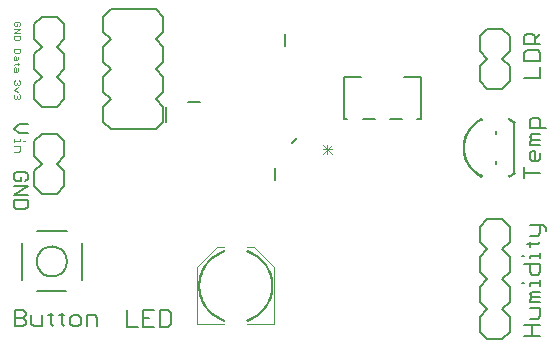
<source format=gto>
G75*
%MOIN*%
%OFA0B0*%
%FSLAX24Y24*%
%IPPOS*%
%LPD*%
%AMOC8*
5,1,8,0,0,1.08239X$1,22.5*
%
%ADD10C,0.0050*%
%ADD11C,0.0040*%
%ADD12C,0.0060*%
%ADD13C,0.0030*%
%ADD14C,0.0005*%
%ADD15C,0.0080*%
%ADD16C,0.0004*%
D10*
X000879Y005267D02*
X001179Y005267D01*
X001254Y005342D01*
X001254Y005567D01*
X000804Y005567D01*
X000804Y005342D01*
X000879Y005267D01*
X000804Y005728D02*
X001254Y005728D01*
X001254Y006028D02*
X000804Y006028D01*
X000879Y006188D02*
X001029Y006188D01*
X001029Y006338D01*
X001179Y006188D02*
X001254Y006263D01*
X001254Y006413D01*
X001179Y006488D01*
X000879Y006488D01*
X000804Y006413D01*
X000804Y006263D01*
X000879Y006188D01*
X001254Y006028D02*
X000804Y005728D01*
X000954Y007788D02*
X001254Y007788D01*
X000954Y007788D02*
X000804Y007938D01*
X000954Y008088D01*
X001254Y008088D01*
X016879Y007866D02*
X016879Y007760D01*
X017479Y008138D02*
X017479Y006488D01*
X016879Y006760D02*
X016879Y006866D01*
D11*
X009458Y003323D02*
X009458Y001434D01*
X008553Y001434D01*
X007805Y001434D02*
X006899Y001434D01*
X006899Y003323D01*
X007568Y003993D01*
X007805Y003993D01*
X008553Y003993D02*
X008789Y003993D01*
X009458Y003323D01*
X001161Y007542D02*
X001109Y007542D01*
X001005Y007542D02*
X000799Y007542D01*
X000799Y007593D02*
X000799Y007490D01*
X000799Y007378D02*
X001005Y007378D01*
X001005Y007223D01*
X000954Y007172D01*
X000799Y007172D01*
X001005Y007542D02*
X001005Y007593D01*
D12*
X001099Y001353D02*
X000829Y001353D01*
X000829Y001894D01*
X001099Y001894D01*
X001189Y001804D01*
X001189Y001714D01*
X001099Y001623D01*
X000829Y001623D01*
X001099Y001623D02*
X001189Y001533D01*
X001189Y001443D01*
X001099Y001353D01*
X001381Y001443D02*
X001381Y001714D01*
X001381Y001443D02*
X001471Y001353D01*
X001741Y001353D01*
X001741Y001714D01*
X001934Y001714D02*
X002114Y001714D01*
X002024Y001804D02*
X002024Y001443D01*
X002114Y001353D01*
X002392Y001443D02*
X002482Y001353D01*
X002392Y001443D02*
X002392Y001804D01*
X002302Y001714D02*
X002482Y001714D01*
X002670Y001623D02*
X002670Y001443D01*
X002760Y001353D01*
X002940Y001353D01*
X003030Y001443D01*
X003030Y001623D01*
X002940Y001714D01*
X002760Y001714D01*
X002670Y001623D01*
X003223Y001714D02*
X003223Y001353D01*
X003583Y001353D02*
X003583Y001623D01*
X003493Y001714D01*
X003223Y001714D01*
X004559Y001884D02*
X004559Y001343D01*
X004919Y001343D01*
X005111Y001343D02*
X005471Y001343D01*
X005664Y001343D02*
X005934Y001343D01*
X006024Y001433D01*
X006024Y001794D01*
X005934Y001884D01*
X005664Y001884D01*
X005664Y001343D01*
X005291Y001613D02*
X005111Y001613D01*
X005111Y001343D02*
X005111Y001884D01*
X005471Y001884D01*
X009499Y006213D02*
X009499Y006623D01*
X010079Y007453D02*
X010239Y007613D01*
X011799Y008274D02*
X011799Y009652D01*
X012366Y009652D01*
X013791Y009652D02*
X014358Y009652D01*
X014358Y008274D01*
X014244Y008274D01*
X013724Y008274D02*
X013338Y008274D01*
X012819Y008274D02*
X012433Y008274D01*
X011913Y008274D02*
X011799Y008274D01*
X009819Y010703D02*
X009819Y011103D01*
X006989Y008813D02*
X006589Y008813D01*
X017808Y009643D02*
X018349Y009643D01*
X018349Y010004D01*
X018349Y010196D02*
X018349Y010466D01*
X018259Y010556D01*
X017898Y010556D01*
X017808Y010466D01*
X017808Y010196D01*
X018349Y010196D01*
X018349Y010748D02*
X017808Y010748D01*
X017808Y011018D01*
X017898Y011109D01*
X018078Y011109D01*
X018168Y011018D01*
X018168Y010748D01*
X018168Y010928D02*
X018349Y011109D01*
X018259Y008311D02*
X018078Y008311D01*
X017988Y008221D01*
X017988Y007951D01*
X018529Y007951D01*
X018349Y007951D02*
X018349Y008221D01*
X018259Y008311D01*
X018349Y007759D02*
X018078Y007759D01*
X017988Y007668D01*
X018078Y007578D01*
X018349Y007578D01*
X018349Y007398D02*
X017988Y007398D01*
X017988Y007488D01*
X018078Y007578D01*
X018078Y007206D02*
X018168Y007206D01*
X018168Y006846D01*
X018078Y006846D02*
X017988Y006936D01*
X017988Y007116D01*
X018078Y007206D01*
X018349Y007116D02*
X018349Y006936D01*
X018259Y006846D01*
X018078Y006846D01*
X017808Y006654D02*
X017808Y006293D01*
X017808Y006473D02*
X018349Y006473D01*
X018349Y004718D02*
X018349Y004448D01*
X018259Y004358D01*
X017988Y004358D01*
X017988Y004170D02*
X017988Y003990D01*
X017898Y004080D02*
X018259Y004080D01*
X018349Y004170D01*
X018529Y004538D02*
X018529Y004628D01*
X018439Y004718D01*
X017988Y004718D01*
X018349Y003802D02*
X018349Y003621D01*
X018349Y003712D02*
X017988Y003712D01*
X017988Y003621D01*
X017988Y003429D02*
X017988Y003159D01*
X018078Y003069D01*
X018259Y003069D01*
X018349Y003159D01*
X018349Y003429D01*
X017808Y003429D01*
X017808Y003712D02*
X017718Y003712D01*
X018349Y002881D02*
X018349Y002701D01*
X018349Y002791D02*
X017988Y002791D01*
X017988Y002701D01*
X017808Y002791D02*
X017718Y002791D01*
X018078Y002509D02*
X018349Y002509D01*
X018349Y002328D02*
X018078Y002328D01*
X017988Y002418D01*
X018078Y002509D01*
X018078Y002328D02*
X017988Y002238D01*
X017988Y002148D01*
X018349Y002148D01*
X018349Y001956D02*
X017988Y001956D01*
X018349Y001956D02*
X018349Y001686D01*
X018259Y001596D01*
X017988Y001596D01*
X018078Y001404D02*
X018078Y001043D01*
X017808Y001043D02*
X018349Y001043D01*
X018349Y001404D02*
X017808Y001404D01*
D13*
X011404Y007096D02*
X011090Y007410D01*
X011404Y007096D01*
X011404Y007253D02*
X011090Y007253D01*
X011404Y007253D01*
X011247Y007410D02*
X011247Y007096D01*
X011247Y007410D01*
X011404Y007410D02*
X011090Y007096D01*
X011404Y007410D01*
X001014Y008978D02*
X000977Y008941D01*
X000940Y008941D01*
X000904Y008978D01*
X000867Y008941D01*
X000830Y008941D01*
X000794Y008978D01*
X000794Y009051D01*
X000830Y009088D01*
X000904Y009014D02*
X000904Y008978D01*
X001014Y008978D02*
X001014Y009051D01*
X000977Y009088D01*
X000940Y009171D02*
X000794Y009245D01*
X000940Y009318D01*
X000940Y009401D02*
X000904Y009438D01*
X000867Y009401D01*
X000830Y009401D01*
X000794Y009438D01*
X000794Y009512D01*
X000830Y009548D01*
X000904Y009475D02*
X000904Y009438D01*
X000940Y009401D02*
X000977Y009401D01*
X001014Y009438D01*
X001014Y009512D01*
X000977Y009548D01*
X000904Y009838D02*
X000794Y009838D01*
X000794Y009948D01*
X000830Y009984D01*
X000867Y009948D01*
X000867Y009838D01*
X000904Y009838D02*
X000940Y009874D01*
X000940Y009948D01*
X000940Y010064D02*
X000940Y010138D01*
X000977Y010101D02*
X000830Y010101D01*
X000794Y010064D01*
X000794Y010221D02*
X000794Y010331D01*
X000830Y010368D01*
X000867Y010331D01*
X000867Y010221D01*
X000904Y010221D02*
X000794Y010221D01*
X000904Y010221D02*
X000940Y010258D01*
X000940Y010331D01*
X000977Y010451D02*
X000830Y010451D01*
X000794Y010488D01*
X000794Y010598D01*
X001014Y010598D01*
X001014Y010488D01*
X000977Y010451D01*
X000977Y010891D02*
X000830Y010891D01*
X000794Y010928D01*
X000794Y011038D01*
X001014Y011038D01*
X001014Y010928D01*
X000977Y010891D01*
X001014Y011121D02*
X000794Y011121D01*
X001014Y011268D01*
X000794Y011268D01*
X000830Y011351D02*
X000904Y011351D01*
X000904Y011425D01*
X000977Y011498D02*
X000830Y011498D01*
X000794Y011462D01*
X000794Y011388D01*
X000830Y011351D01*
X000977Y011351D02*
X001014Y011388D01*
X001014Y011462D01*
X000977Y011498D01*
D14*
X017491Y008157D02*
X017463Y008121D01*
X017463Y008122D02*
X017415Y008157D01*
X017365Y008190D01*
X017313Y008220D01*
X017260Y008246D01*
X017278Y008287D01*
X017279Y008287D01*
X017335Y008259D01*
X017389Y008228D01*
X017441Y008194D01*
X017491Y008157D01*
X017489Y008154D01*
X017439Y008191D01*
X017387Y008225D01*
X017333Y008256D01*
X017277Y008284D01*
X017275Y008280D01*
X017331Y008252D01*
X017385Y008222D01*
X017436Y008188D01*
X017486Y008151D01*
X017484Y008148D01*
X017434Y008184D01*
X017382Y008218D01*
X017329Y008249D01*
X017274Y008276D01*
X017272Y008273D01*
X017327Y008245D01*
X017380Y008215D01*
X017432Y008181D01*
X017481Y008145D01*
X017479Y008141D01*
X017430Y008178D01*
X017378Y008211D01*
X017325Y008242D01*
X017270Y008269D01*
X017269Y008265D01*
X017323Y008238D01*
X017376Y008208D01*
X017427Y008175D01*
X017476Y008138D01*
X017474Y008135D01*
X017425Y008171D01*
X017374Y008205D01*
X017321Y008235D01*
X017267Y008262D01*
X017265Y008258D01*
X017319Y008231D01*
X017372Y008201D01*
X017423Y008168D01*
X017471Y008132D01*
X017469Y008129D01*
X017420Y008165D01*
X017370Y008198D01*
X017318Y008228D01*
X017264Y008255D01*
X017262Y008251D01*
X017316Y008224D01*
X017368Y008194D01*
X017418Y008161D01*
X017467Y008126D01*
X017464Y008123D01*
X017416Y008158D01*
X017366Y008191D01*
X017314Y008221D01*
X017260Y008247D01*
X016370Y008282D02*
X016389Y008242D01*
X016333Y008213D01*
X016279Y008182D01*
X016227Y008146D01*
X016178Y008108D01*
X016130Y008067D01*
X016086Y008023D01*
X016044Y007976D01*
X016005Y007927D01*
X015969Y007876D01*
X015936Y007822D01*
X015907Y007767D01*
X015881Y007710D01*
X015858Y007651D01*
X015839Y007592D01*
X015824Y007531D01*
X015813Y007469D01*
X015805Y007407D01*
X015801Y007344D01*
X015801Y007282D01*
X015805Y007219D01*
X015813Y007157D01*
X015824Y007095D01*
X015839Y007034D01*
X015858Y006975D01*
X015881Y006916D01*
X015907Y006859D01*
X015936Y006804D01*
X015969Y006750D01*
X016005Y006699D01*
X016044Y006650D01*
X016086Y006603D01*
X016130Y006559D01*
X016178Y006518D01*
X016227Y006480D01*
X016279Y006444D01*
X016333Y006413D01*
X016389Y006384D01*
X016370Y006344D01*
X016370Y006343D01*
X016311Y006373D01*
X016255Y006406D01*
X016201Y006443D01*
X016149Y006483D01*
X016100Y006526D01*
X016053Y006572D01*
X016009Y006621D01*
X015969Y006672D01*
X015931Y006725D01*
X015897Y006781D01*
X015866Y006839D01*
X015839Y006899D01*
X015816Y006960D01*
X015796Y007022D01*
X015780Y007086D01*
X015768Y007150D01*
X015760Y007215D01*
X015756Y007280D01*
X015756Y007346D01*
X015760Y007411D01*
X015768Y007476D01*
X015780Y007540D01*
X015796Y007604D01*
X015816Y007666D01*
X015839Y007727D01*
X015866Y007787D01*
X015897Y007845D01*
X015931Y007901D01*
X015969Y007954D01*
X016009Y008005D01*
X016053Y008054D01*
X016100Y008100D01*
X016149Y008143D01*
X016201Y008183D01*
X016255Y008220D01*
X016311Y008253D01*
X016370Y008283D01*
X016371Y008279D01*
X016313Y008249D01*
X016257Y008216D01*
X016203Y008180D01*
X016152Y008140D01*
X016102Y008097D01*
X016056Y008051D01*
X016012Y008003D01*
X015972Y007952D01*
X015935Y007898D01*
X015901Y007843D01*
X015870Y007785D01*
X015843Y007726D01*
X015820Y007665D01*
X015800Y007603D01*
X015784Y007539D01*
X015772Y007475D01*
X015764Y007411D01*
X015760Y007346D01*
X015760Y007280D01*
X015764Y007215D01*
X015772Y007151D01*
X015784Y007087D01*
X015800Y007023D01*
X015820Y006961D01*
X015843Y006900D01*
X015870Y006841D01*
X015901Y006783D01*
X015935Y006728D01*
X015972Y006674D01*
X016012Y006623D01*
X016056Y006575D01*
X016102Y006529D01*
X016152Y006486D01*
X016203Y006446D01*
X016257Y006410D01*
X016313Y006377D01*
X016371Y006347D01*
X016373Y006350D01*
X016315Y006380D01*
X016259Y006413D01*
X016206Y006450D01*
X016154Y006489D01*
X016105Y006532D01*
X016059Y006577D01*
X016015Y006626D01*
X015975Y006677D01*
X015938Y006730D01*
X015904Y006785D01*
X015874Y006843D01*
X015847Y006902D01*
X015823Y006962D01*
X015804Y007024D01*
X015788Y007087D01*
X015776Y007151D01*
X015768Y007216D01*
X015764Y007281D01*
X015764Y007345D01*
X015768Y007410D01*
X015776Y007475D01*
X015788Y007539D01*
X015804Y007602D01*
X015823Y007664D01*
X015847Y007724D01*
X015874Y007783D01*
X015904Y007841D01*
X015938Y007896D01*
X015975Y007949D01*
X016015Y008000D01*
X016059Y008049D01*
X016105Y008094D01*
X016154Y008137D01*
X016206Y008176D01*
X016259Y008213D01*
X016315Y008246D01*
X016373Y008276D01*
X016375Y008272D01*
X016317Y008242D01*
X016262Y008209D01*
X016208Y008173D01*
X016157Y008134D01*
X016108Y008091D01*
X016062Y008046D01*
X016019Y007998D01*
X015978Y007947D01*
X015941Y007894D01*
X015907Y007839D01*
X015877Y007782D01*
X015850Y007723D01*
X015827Y007662D01*
X015808Y007601D01*
X015792Y007538D01*
X015780Y007474D01*
X015772Y007410D01*
X015768Y007345D01*
X015768Y007281D01*
X015772Y007216D01*
X015780Y007152D01*
X015792Y007088D01*
X015808Y007025D01*
X015827Y006964D01*
X015850Y006903D01*
X015877Y006844D01*
X015907Y006787D01*
X015941Y006732D01*
X015978Y006679D01*
X016019Y006628D01*
X016062Y006580D01*
X016108Y006535D01*
X016157Y006492D01*
X016208Y006453D01*
X016262Y006417D01*
X016317Y006384D01*
X016375Y006354D01*
X016377Y006358D01*
X016319Y006387D01*
X016264Y006420D01*
X016210Y006456D01*
X016159Y006495D01*
X016111Y006538D01*
X016065Y006583D01*
X016022Y006631D01*
X015981Y006681D01*
X015945Y006734D01*
X015911Y006789D01*
X015881Y006846D01*
X015854Y006905D01*
X015831Y006965D01*
X015812Y007026D01*
X015796Y007089D01*
X015784Y007152D01*
X015776Y007216D01*
X015772Y007281D01*
X015772Y007345D01*
X015776Y007410D01*
X015784Y007474D01*
X015796Y007537D01*
X015812Y007600D01*
X015831Y007661D01*
X015854Y007721D01*
X015881Y007780D01*
X015911Y007837D01*
X015945Y007892D01*
X015981Y007945D01*
X016022Y007995D01*
X016065Y008043D01*
X016111Y008088D01*
X016159Y008131D01*
X016210Y008170D01*
X016264Y008206D01*
X016319Y008239D01*
X016377Y008268D01*
X016378Y008265D01*
X016321Y008235D01*
X016266Y008203D01*
X016213Y008167D01*
X016162Y008128D01*
X016113Y008085D01*
X016068Y008040D01*
X016025Y007993D01*
X015985Y007942D01*
X015948Y007890D01*
X015914Y007835D01*
X015884Y007778D01*
X015858Y007720D01*
X015835Y007660D01*
X015815Y007598D01*
X015800Y007536D01*
X015788Y007473D01*
X015780Y007409D01*
X015776Y007345D01*
X015776Y007281D01*
X015780Y007217D01*
X015788Y007153D01*
X015800Y007090D01*
X015815Y007028D01*
X015835Y006966D01*
X015858Y006906D01*
X015884Y006848D01*
X015914Y006791D01*
X015948Y006736D01*
X015985Y006684D01*
X016025Y006633D01*
X016068Y006586D01*
X016113Y006541D01*
X016162Y006498D01*
X016213Y006459D01*
X016266Y006423D01*
X016321Y006391D01*
X016378Y006361D01*
X016380Y006365D01*
X016323Y006394D01*
X016268Y006427D01*
X016215Y006463D01*
X016164Y006502D01*
X016116Y006544D01*
X016070Y006588D01*
X016028Y006636D01*
X015988Y006686D01*
X015951Y006739D01*
X015918Y006793D01*
X015888Y006850D01*
X015861Y006908D01*
X015838Y006968D01*
X015819Y007029D01*
X015804Y007091D01*
X015792Y007154D01*
X015784Y007217D01*
X015780Y007281D01*
X015780Y007345D01*
X015784Y007409D01*
X015792Y007472D01*
X015804Y007535D01*
X015819Y007597D01*
X015838Y007658D01*
X015861Y007718D01*
X015888Y007776D01*
X015918Y007833D01*
X015951Y007887D01*
X015988Y007940D01*
X016028Y007990D01*
X016070Y008038D01*
X016116Y008082D01*
X016164Y008124D01*
X016215Y008163D01*
X016268Y008199D01*
X016323Y008232D01*
X016380Y008261D01*
X016382Y008257D01*
X016325Y008228D01*
X016270Y008196D01*
X016217Y008160D01*
X016167Y008121D01*
X016119Y008080D01*
X016073Y008035D01*
X016031Y007987D01*
X015991Y007937D01*
X015955Y007885D01*
X015921Y007831D01*
X015891Y007775D01*
X015865Y007717D01*
X015842Y007657D01*
X015823Y007596D01*
X015808Y007534D01*
X015796Y007472D01*
X015788Y007408D01*
X015784Y007345D01*
X015784Y007281D01*
X015788Y007218D01*
X015796Y007154D01*
X015808Y007092D01*
X015823Y007030D01*
X015842Y006969D01*
X015865Y006909D01*
X015891Y006851D01*
X015921Y006795D01*
X015955Y006741D01*
X015991Y006689D01*
X016031Y006639D01*
X016073Y006591D01*
X016119Y006546D01*
X016167Y006505D01*
X016217Y006466D01*
X016270Y006430D01*
X016325Y006398D01*
X016382Y006369D01*
X016383Y006372D01*
X016327Y006401D01*
X016272Y006433D01*
X016220Y006469D01*
X016169Y006508D01*
X016121Y006549D01*
X016076Y006594D01*
X016034Y006641D01*
X015994Y006691D01*
X015958Y006743D01*
X015925Y006797D01*
X015895Y006853D01*
X015869Y006911D01*
X015846Y006970D01*
X015827Y007031D01*
X015812Y007092D01*
X015800Y007155D01*
X015792Y007218D01*
X015788Y007281D01*
X015788Y007345D01*
X015792Y007408D01*
X015800Y007471D01*
X015812Y007534D01*
X015827Y007595D01*
X015846Y007656D01*
X015869Y007715D01*
X015895Y007773D01*
X015925Y007829D01*
X015958Y007883D01*
X015994Y007935D01*
X016034Y007985D01*
X016076Y008032D01*
X016121Y008077D01*
X016169Y008118D01*
X016220Y008157D01*
X016272Y008193D01*
X016327Y008225D01*
X016383Y008254D01*
X016385Y008250D01*
X016329Y008221D01*
X016274Y008189D01*
X016222Y008154D01*
X016172Y008115D01*
X016124Y008074D01*
X016079Y008029D01*
X016037Y007982D01*
X015998Y007933D01*
X015961Y007881D01*
X015928Y007827D01*
X015899Y007771D01*
X015872Y007713D01*
X015850Y007654D01*
X015831Y007594D01*
X015816Y007533D01*
X015804Y007471D01*
X015796Y007408D01*
X015792Y007345D01*
X015792Y007281D01*
X015796Y007218D01*
X015804Y007155D01*
X015816Y007093D01*
X015831Y007032D01*
X015850Y006972D01*
X015872Y006913D01*
X015899Y006855D01*
X015928Y006799D01*
X015961Y006745D01*
X015998Y006693D01*
X016037Y006644D01*
X016079Y006597D01*
X016124Y006552D01*
X016172Y006511D01*
X016222Y006472D01*
X016274Y006437D01*
X016329Y006405D01*
X016385Y006376D01*
X016387Y006379D01*
X016331Y006408D01*
X016276Y006440D01*
X016224Y006476D01*
X016174Y006514D01*
X016127Y006555D01*
X016082Y006600D01*
X016040Y006646D01*
X016001Y006696D01*
X015965Y006747D01*
X015932Y006801D01*
X015902Y006857D01*
X015876Y006914D01*
X015854Y006973D01*
X015835Y007033D01*
X015819Y007094D01*
X015808Y007156D01*
X015800Y007219D01*
X015796Y007282D01*
X015796Y007344D01*
X015800Y007407D01*
X015808Y007470D01*
X015819Y007532D01*
X015835Y007593D01*
X015854Y007653D01*
X015876Y007712D01*
X015902Y007769D01*
X015932Y007825D01*
X015965Y007879D01*
X016001Y007930D01*
X016040Y007980D01*
X016082Y008026D01*
X016127Y008071D01*
X016174Y008112D01*
X016224Y008150D01*
X016276Y008186D01*
X016331Y008218D01*
X016387Y008247D01*
X016388Y008243D01*
X016333Y008214D01*
X016279Y008182D01*
X016227Y008147D01*
X016177Y008109D01*
X016130Y008068D01*
X016085Y008024D01*
X016043Y007977D01*
X016004Y007928D01*
X015968Y007876D01*
X015935Y007823D01*
X015906Y007767D01*
X015880Y007710D01*
X015857Y007652D01*
X015839Y007592D01*
X015823Y007531D01*
X015812Y007469D01*
X015804Y007407D01*
X015800Y007344D01*
X015800Y007282D01*
X015804Y007219D01*
X015812Y007157D01*
X015823Y007095D01*
X015839Y007034D01*
X015857Y006974D01*
X015880Y006916D01*
X015906Y006859D01*
X015935Y006803D01*
X015968Y006750D01*
X016004Y006698D01*
X016043Y006649D01*
X016085Y006602D01*
X016130Y006558D01*
X016177Y006517D01*
X016227Y006479D01*
X016279Y006444D01*
X016333Y006412D01*
X016388Y006383D01*
X017288Y006344D02*
X017269Y006384D01*
X017320Y006410D01*
X017370Y006439D01*
X017417Y006470D01*
X017463Y006504D01*
X017491Y006469D01*
X017443Y006433D01*
X017393Y006400D01*
X017342Y006370D01*
X017288Y006343D01*
X017287Y006347D01*
X017340Y006374D01*
X017391Y006404D01*
X017441Y006436D01*
X017489Y006472D01*
X017486Y006475D01*
X017439Y006440D01*
X017389Y006407D01*
X017338Y006377D01*
X017285Y006351D01*
X017283Y006354D01*
X017336Y006381D01*
X017387Y006411D01*
X017436Y006443D01*
X017484Y006478D01*
X017481Y006481D01*
X017434Y006446D01*
X017385Y006414D01*
X017334Y006384D01*
X017281Y006358D01*
X017280Y006361D01*
X017332Y006388D01*
X017383Y006417D01*
X017432Y006450D01*
X017479Y006485D01*
X017476Y006488D01*
X017429Y006453D01*
X017381Y006421D01*
X017330Y006391D01*
X017278Y006365D01*
X017276Y006369D01*
X017328Y006395D01*
X017379Y006424D01*
X017427Y006456D01*
X017474Y006491D01*
X017471Y006494D01*
X017425Y006459D01*
X017376Y006428D01*
X017326Y006398D01*
X017275Y006372D01*
X017273Y006376D01*
X017324Y006402D01*
X017374Y006431D01*
X017423Y006463D01*
X017469Y006497D01*
X017467Y006500D01*
X017420Y006466D01*
X017372Y006434D01*
X017323Y006406D01*
X017271Y006379D01*
X017270Y006383D01*
X017321Y006409D01*
X017370Y006438D01*
X017418Y006469D01*
X017464Y006503D01*
D15*
X017079Y004913D02*
X016579Y004913D01*
X016329Y004663D01*
X016329Y004163D01*
X016579Y003913D01*
X016329Y003663D01*
X016329Y003163D01*
X016579Y002913D01*
X016329Y002663D01*
X016329Y002163D01*
X016579Y001913D01*
X016329Y001663D01*
X016329Y001163D01*
X016579Y000913D01*
X017079Y000913D01*
X017329Y001163D01*
X017329Y001663D01*
X017079Y001913D01*
X017329Y002163D01*
X017329Y002663D01*
X017079Y002913D01*
X017329Y003163D01*
X017329Y003663D01*
X017079Y003913D01*
X017329Y004163D01*
X017329Y004663D01*
X017079Y004913D01*
X017079Y009263D02*
X016579Y009263D01*
X016329Y009513D01*
X016329Y010013D01*
X016579Y010263D01*
X016329Y010513D01*
X016329Y011013D01*
X016579Y011263D01*
X017079Y011263D01*
X017329Y011013D01*
X017329Y010513D01*
X017079Y010263D01*
X017329Y010013D01*
X017329Y009513D01*
X017079Y009263D01*
X005879Y008663D02*
X005879Y008163D01*
X005779Y008163D02*
X005529Y007913D01*
X004029Y007913D01*
X003779Y008163D01*
X003779Y008663D01*
X004029Y008913D01*
X003779Y009163D01*
X003779Y009663D01*
X004029Y009913D01*
X003779Y010163D01*
X003779Y010663D01*
X004029Y010913D01*
X003779Y011163D01*
X003779Y011663D01*
X004029Y011913D01*
X005529Y011913D01*
X005779Y011663D01*
X005779Y011163D01*
X005529Y010913D01*
X005779Y010663D01*
X005779Y010163D01*
X005529Y009913D01*
X005779Y009663D01*
X005779Y009163D01*
X005529Y008913D01*
X005779Y008663D01*
X005779Y008163D01*
X005529Y007913D01*
X004029Y007913D01*
X003779Y008163D01*
X002479Y007523D02*
X002479Y007023D01*
X002229Y006773D01*
X002479Y006523D01*
X002479Y006023D01*
X002229Y005773D01*
X001729Y005773D01*
X001479Y006023D01*
X001479Y006523D01*
X001729Y006773D01*
X001479Y007023D01*
X001479Y007523D01*
X001729Y007773D01*
X002229Y007773D01*
X002479Y007523D01*
X002229Y008663D02*
X001729Y008663D01*
X001479Y008913D01*
X001479Y009413D01*
X001729Y009663D01*
X001479Y009913D01*
X001479Y010413D01*
X001729Y010663D01*
X001479Y010913D01*
X001479Y011413D01*
X001729Y011663D01*
X002229Y011663D01*
X002479Y011413D01*
X002479Y010913D01*
X002229Y010663D01*
X002479Y010413D01*
X002479Y009913D01*
X002229Y009663D01*
X002479Y009413D01*
X002479Y008913D01*
X002229Y008663D01*
X002559Y004513D02*
X001570Y004513D01*
X001059Y004120D02*
X001059Y002907D01*
X001570Y002513D02*
X002547Y002513D01*
X003059Y002907D02*
X003059Y004120D01*
X001559Y003513D02*
X001561Y003557D01*
X001567Y003601D01*
X001577Y003644D01*
X001590Y003686D01*
X001607Y003727D01*
X001628Y003766D01*
X001652Y003803D01*
X001679Y003838D01*
X001709Y003870D01*
X001742Y003900D01*
X001778Y003926D01*
X001815Y003950D01*
X001855Y003969D01*
X001896Y003986D01*
X001939Y003998D01*
X001982Y004007D01*
X002026Y004012D01*
X002070Y004013D01*
X002114Y004010D01*
X002158Y004003D01*
X002201Y003992D01*
X002243Y003978D01*
X002283Y003960D01*
X002322Y003938D01*
X002358Y003914D01*
X002392Y003886D01*
X002424Y003855D01*
X002453Y003821D01*
X002479Y003785D01*
X002501Y003747D01*
X002520Y003707D01*
X002535Y003665D01*
X002547Y003623D01*
X002555Y003579D01*
X002559Y003535D01*
X002559Y003491D01*
X002555Y003447D01*
X002547Y003403D01*
X002535Y003361D01*
X002520Y003319D01*
X002501Y003279D01*
X002479Y003241D01*
X002453Y003205D01*
X002424Y003171D01*
X002392Y003140D01*
X002358Y003112D01*
X002322Y003088D01*
X002283Y003066D01*
X002243Y003048D01*
X002201Y003034D01*
X002158Y003023D01*
X002114Y003016D01*
X002070Y003013D01*
X002026Y003014D01*
X001982Y003019D01*
X001939Y003028D01*
X001896Y003040D01*
X001855Y003057D01*
X001815Y003076D01*
X001778Y003100D01*
X001742Y003126D01*
X001709Y003156D01*
X001679Y003188D01*
X001652Y003223D01*
X001628Y003260D01*
X001607Y003299D01*
X001590Y003340D01*
X001577Y003382D01*
X001567Y003425D01*
X001561Y003469D01*
X001559Y003513D01*
D16*
X008560Y001536D02*
X008549Y001570D01*
X008549Y001569D02*
X008614Y001593D01*
X008677Y001619D01*
X008739Y001649D01*
X008799Y001683D01*
X008857Y001720D01*
X008912Y001761D01*
X008966Y001804D01*
X009016Y001851D01*
X009064Y001900D01*
X009109Y001952D01*
X009151Y002006D01*
X009190Y002063D01*
X009225Y002122D01*
X009257Y002182D01*
X009286Y002245D01*
X009311Y002309D01*
X009332Y002374D01*
X009350Y002441D01*
X009363Y002508D01*
X009373Y002576D01*
X009379Y002644D01*
X009381Y002713D01*
X009379Y002782D01*
X009373Y002850D01*
X009363Y002918D01*
X009350Y002985D01*
X009332Y003052D01*
X009311Y003117D01*
X009286Y003181D01*
X009257Y003244D01*
X009225Y003304D01*
X009190Y003363D01*
X009151Y003420D01*
X009109Y003474D01*
X009064Y003526D01*
X009016Y003575D01*
X008966Y003622D01*
X008912Y003665D01*
X008857Y003706D01*
X008799Y003743D01*
X008739Y003777D01*
X008677Y003807D01*
X008614Y003833D01*
X008549Y003857D01*
X008560Y003890D01*
X008560Y003891D01*
X008626Y003868D01*
X008689Y003841D01*
X008752Y003811D01*
X008812Y003777D01*
X008870Y003740D01*
X008927Y003700D01*
X008981Y003656D01*
X009032Y003610D01*
X009081Y003561D01*
X009127Y003509D01*
X009170Y003455D01*
X009210Y003399D01*
X009247Y003340D01*
X009280Y003279D01*
X009310Y003217D01*
X009336Y003153D01*
X009359Y003088D01*
X009378Y003021D01*
X009393Y002954D01*
X009405Y002885D01*
X009413Y002817D01*
X009417Y002748D01*
X009417Y002678D01*
X009413Y002609D01*
X009405Y002541D01*
X009393Y002472D01*
X009378Y002405D01*
X009359Y002338D01*
X009336Y002273D01*
X009310Y002209D01*
X009280Y002147D01*
X009247Y002086D01*
X009210Y002027D01*
X009170Y001971D01*
X009127Y001917D01*
X009081Y001865D01*
X009032Y001816D01*
X008981Y001770D01*
X008927Y001726D01*
X008870Y001686D01*
X008812Y001649D01*
X008752Y001615D01*
X008689Y001585D01*
X008626Y001558D01*
X008560Y001535D01*
X008559Y001538D01*
X008625Y001561D01*
X008688Y001588D01*
X008750Y001618D01*
X008811Y001652D01*
X008869Y001689D01*
X008925Y001729D01*
X008979Y001772D01*
X009030Y001818D01*
X009079Y001867D01*
X009125Y001919D01*
X009168Y001973D01*
X009207Y002029D01*
X009244Y002088D01*
X009277Y002148D01*
X009307Y002210D01*
X009333Y002274D01*
X009356Y002339D01*
X009375Y002406D01*
X009390Y002473D01*
X009402Y002541D01*
X009410Y002610D01*
X009414Y002678D01*
X009414Y002748D01*
X009410Y002816D01*
X009402Y002885D01*
X009390Y002953D01*
X009375Y003020D01*
X009356Y003087D01*
X009333Y003152D01*
X009307Y003216D01*
X009277Y003278D01*
X009244Y003338D01*
X009207Y003397D01*
X009168Y003453D01*
X009125Y003507D01*
X009079Y003559D01*
X009030Y003608D01*
X008979Y003654D01*
X008925Y003697D01*
X008869Y003737D01*
X008811Y003774D01*
X008750Y003808D01*
X008688Y003838D01*
X008625Y003865D01*
X008559Y003888D01*
X008559Y003885D01*
X008623Y003862D01*
X008687Y003835D01*
X008749Y003805D01*
X008809Y003772D01*
X008867Y003735D01*
X008923Y003695D01*
X008977Y003652D01*
X009028Y003606D01*
X009077Y003557D01*
X009122Y003505D01*
X009165Y003451D01*
X009205Y003395D01*
X009241Y003337D01*
X009275Y003277D01*
X009304Y003214D01*
X009331Y003151D01*
X009353Y003086D01*
X009372Y003020D01*
X009387Y002952D01*
X009399Y002885D01*
X009407Y002816D01*
X009411Y002747D01*
X009411Y002679D01*
X009407Y002610D01*
X009399Y002541D01*
X009387Y002474D01*
X009372Y002406D01*
X009353Y002340D01*
X009331Y002275D01*
X009304Y002212D01*
X009275Y002149D01*
X009241Y002089D01*
X009205Y002031D01*
X009165Y001975D01*
X009122Y001921D01*
X009077Y001869D01*
X009028Y001820D01*
X008977Y001774D01*
X008923Y001731D01*
X008867Y001691D01*
X008809Y001654D01*
X008749Y001621D01*
X008687Y001591D01*
X008623Y001564D01*
X008559Y001541D01*
X008558Y001544D01*
X008622Y001567D01*
X008686Y001593D01*
X008747Y001623D01*
X008807Y001657D01*
X008865Y001694D01*
X008921Y001734D01*
X008975Y001777D01*
X009026Y001822D01*
X009074Y001871D01*
X009120Y001922D01*
X009163Y001976D01*
X009202Y002032D01*
X009239Y002091D01*
X009272Y002151D01*
X009302Y002213D01*
X009328Y002276D01*
X009350Y002341D01*
X009369Y002407D01*
X009385Y002474D01*
X009396Y002542D01*
X009404Y002610D01*
X009408Y002679D01*
X009408Y002747D01*
X009404Y002816D01*
X009396Y002884D01*
X009385Y002952D01*
X009369Y003019D01*
X009350Y003085D01*
X009328Y003150D01*
X009302Y003213D01*
X009272Y003275D01*
X009239Y003335D01*
X009202Y003394D01*
X009163Y003450D01*
X009120Y003504D01*
X009074Y003555D01*
X009026Y003604D01*
X008975Y003649D01*
X008921Y003692D01*
X008865Y003732D01*
X008807Y003769D01*
X008747Y003803D01*
X008686Y003833D01*
X008622Y003859D01*
X008558Y003882D01*
X008557Y003879D01*
X008621Y003856D01*
X008684Y003830D01*
X008746Y003800D01*
X008806Y003767D01*
X008864Y003730D01*
X008920Y003690D01*
X008973Y003647D01*
X009024Y003601D01*
X009072Y003553D01*
X009118Y003502D01*
X009160Y003448D01*
X009200Y003392D01*
X009236Y003334D01*
X009269Y003274D01*
X009299Y003212D01*
X009325Y003149D01*
X009348Y003084D01*
X009366Y003018D01*
X009382Y002951D01*
X009393Y002884D01*
X009401Y002816D01*
X009405Y002747D01*
X009405Y002679D01*
X009401Y002610D01*
X009393Y002542D01*
X009382Y002475D01*
X009366Y002408D01*
X009348Y002342D01*
X009325Y002277D01*
X009299Y002214D01*
X009269Y002152D01*
X009236Y002092D01*
X009200Y002034D01*
X009160Y001978D01*
X009118Y001924D01*
X009072Y001873D01*
X009024Y001825D01*
X008973Y001779D01*
X008920Y001736D01*
X008864Y001696D01*
X008806Y001659D01*
X008746Y001626D01*
X008684Y001596D01*
X008621Y001570D01*
X008557Y001547D01*
X008556Y001549D01*
X008620Y001572D01*
X008683Y001599D01*
X008745Y001629D01*
X008804Y001662D01*
X008862Y001699D01*
X008918Y001738D01*
X008971Y001781D01*
X009022Y001827D01*
X009070Y001875D01*
X009115Y001926D01*
X009158Y001980D01*
X009197Y002036D01*
X009234Y002094D01*
X009267Y002154D01*
X009296Y002215D01*
X009322Y002278D01*
X009345Y002343D01*
X009364Y002409D01*
X009379Y002475D01*
X009390Y002543D01*
X009398Y002611D01*
X009402Y002679D01*
X009402Y002747D01*
X009398Y002815D01*
X009390Y002883D01*
X009379Y002951D01*
X009364Y003017D01*
X009345Y003083D01*
X009322Y003148D01*
X009296Y003211D01*
X009267Y003272D01*
X009234Y003332D01*
X009197Y003390D01*
X009158Y003446D01*
X009115Y003500D01*
X009070Y003551D01*
X009022Y003599D01*
X008971Y003645D01*
X008918Y003688D01*
X008862Y003727D01*
X008804Y003764D01*
X008745Y003797D01*
X008683Y003827D01*
X008620Y003854D01*
X008556Y003877D01*
X008555Y003874D01*
X008619Y003851D01*
X008682Y003824D01*
X008743Y003795D01*
X008803Y003761D01*
X008860Y003725D01*
X008916Y003685D01*
X008969Y003643D01*
X009020Y003597D01*
X009068Y003549D01*
X009113Y003498D01*
X009156Y003444D01*
X009195Y003389D01*
X009231Y003331D01*
X009264Y003271D01*
X009293Y003210D01*
X009319Y003147D01*
X009342Y003082D01*
X009361Y003017D01*
X009376Y002950D01*
X009387Y002883D01*
X009395Y002815D01*
X009399Y002747D01*
X009399Y002679D01*
X009395Y002611D01*
X009387Y002543D01*
X009376Y002476D01*
X009361Y002409D01*
X009342Y002344D01*
X009319Y002279D01*
X009293Y002216D01*
X009264Y002155D01*
X009231Y002095D01*
X009195Y002037D01*
X009156Y001982D01*
X009113Y001928D01*
X009068Y001877D01*
X009020Y001829D01*
X008969Y001783D01*
X008916Y001741D01*
X008860Y001701D01*
X008803Y001665D01*
X008743Y001631D01*
X008682Y001602D01*
X008619Y001575D01*
X008555Y001552D01*
X008554Y001555D01*
X008618Y001578D01*
X008681Y001604D01*
X008742Y001634D01*
X008801Y001667D01*
X008859Y001704D01*
X008914Y001743D01*
X008967Y001786D01*
X009018Y001831D01*
X009066Y001879D01*
X009111Y001930D01*
X009153Y001984D01*
X009192Y002039D01*
X009228Y002097D01*
X009261Y002156D01*
X009291Y002218D01*
X009317Y002281D01*
X009339Y002345D01*
X009358Y002410D01*
X009373Y002476D01*
X009384Y002543D01*
X009392Y002611D01*
X009396Y002679D01*
X009396Y002747D01*
X009392Y002815D01*
X009384Y002883D01*
X009373Y002950D01*
X009358Y003016D01*
X009339Y003081D01*
X009317Y003145D01*
X009291Y003208D01*
X009261Y003270D01*
X009228Y003329D01*
X009192Y003387D01*
X009153Y003442D01*
X009111Y003496D01*
X009066Y003547D01*
X009018Y003595D01*
X008967Y003640D01*
X008914Y003683D01*
X008859Y003722D01*
X008801Y003759D01*
X008742Y003792D01*
X008681Y003822D01*
X008618Y003848D01*
X008554Y003871D01*
X008553Y003868D01*
X008617Y003845D01*
X008680Y003819D01*
X008741Y003789D01*
X008800Y003756D01*
X008857Y003720D01*
X008912Y003681D01*
X008965Y003638D01*
X009016Y003593D01*
X009063Y003545D01*
X009109Y003494D01*
X009151Y003441D01*
X009190Y003385D01*
X009226Y003328D01*
X009259Y003268D01*
X009288Y003207D01*
X009314Y003144D01*
X009336Y003080D01*
X009355Y003015D01*
X009370Y002949D01*
X009381Y002882D01*
X009389Y002815D01*
X009393Y002747D01*
X009393Y002679D01*
X009389Y002611D01*
X009381Y002544D01*
X009370Y002477D01*
X009355Y002411D01*
X009336Y002346D01*
X009314Y002282D01*
X009288Y002219D01*
X009259Y002158D01*
X009226Y002098D01*
X009190Y002041D01*
X009151Y001985D01*
X009109Y001932D01*
X009063Y001881D01*
X009016Y001833D01*
X008965Y001788D01*
X008912Y001745D01*
X008857Y001706D01*
X008800Y001670D01*
X008741Y001637D01*
X008680Y001607D01*
X008617Y001581D01*
X008553Y001558D01*
X008552Y001561D01*
X008616Y001584D01*
X008678Y001610D01*
X008739Y001639D01*
X008798Y001672D01*
X008855Y001709D01*
X008910Y001748D01*
X008963Y001790D01*
X009014Y001836D01*
X009061Y001884D01*
X009106Y001934D01*
X009148Y001987D01*
X009187Y002042D01*
X009223Y002100D01*
X009256Y002159D01*
X009285Y002220D01*
X009311Y002283D01*
X009333Y002347D01*
X009352Y002412D01*
X009367Y002478D01*
X009378Y002544D01*
X009386Y002612D01*
X009390Y002679D01*
X009390Y002747D01*
X009386Y002814D01*
X009378Y002882D01*
X009367Y002948D01*
X009352Y003014D01*
X009333Y003079D01*
X009311Y003143D01*
X009285Y003206D01*
X009256Y003267D01*
X009223Y003326D01*
X009187Y003384D01*
X009148Y003439D01*
X009106Y003492D01*
X009061Y003542D01*
X009014Y003590D01*
X008963Y003636D01*
X008910Y003678D01*
X008855Y003717D01*
X008798Y003754D01*
X008739Y003787D01*
X008678Y003816D01*
X008616Y003842D01*
X008552Y003865D01*
X008551Y003862D01*
X008615Y003840D01*
X008677Y003814D01*
X008738Y003784D01*
X008797Y003751D01*
X008854Y003715D01*
X008909Y003676D01*
X008961Y003633D01*
X009012Y003588D01*
X009059Y003540D01*
X009104Y003490D01*
X009146Y003437D01*
X009185Y003382D01*
X009221Y003325D01*
X009253Y003266D01*
X009282Y003205D01*
X009308Y003142D01*
X009330Y003079D01*
X009349Y003014D01*
X009364Y002948D01*
X009375Y002881D01*
X009383Y002814D01*
X009387Y002747D01*
X009387Y002679D01*
X009383Y002612D01*
X009375Y002545D01*
X009364Y002478D01*
X009349Y002412D01*
X009330Y002347D01*
X009308Y002284D01*
X009282Y002221D01*
X009253Y002160D01*
X009221Y002101D01*
X009185Y002044D01*
X009146Y001989D01*
X009104Y001936D01*
X009059Y001886D01*
X009012Y001838D01*
X008961Y001793D01*
X008909Y001750D01*
X008854Y001711D01*
X008797Y001675D01*
X008738Y001642D01*
X008677Y001612D01*
X008615Y001586D01*
X008551Y001564D01*
X008550Y001567D01*
X008614Y001589D01*
X008676Y001615D01*
X008736Y001645D01*
X008795Y001677D01*
X008852Y001714D01*
X008907Y001753D01*
X008959Y001795D01*
X009009Y001840D01*
X009057Y001888D01*
X009102Y001938D01*
X009144Y001991D01*
X009182Y002046D01*
X009218Y002103D01*
X009251Y002162D01*
X009280Y002223D01*
X009305Y002285D01*
X009328Y002348D01*
X009346Y002413D01*
X009361Y002479D01*
X009372Y002545D01*
X009380Y002612D01*
X009384Y002679D01*
X009384Y002747D01*
X009380Y002814D01*
X009372Y002881D01*
X009361Y002947D01*
X009346Y003013D01*
X009328Y003078D01*
X009305Y003141D01*
X009280Y003203D01*
X009251Y003264D01*
X009218Y003323D01*
X009182Y003380D01*
X009144Y003435D01*
X009102Y003488D01*
X009057Y003538D01*
X009009Y003586D01*
X008959Y003631D01*
X008907Y003673D01*
X008852Y003712D01*
X008795Y003749D01*
X008736Y003781D01*
X008676Y003811D01*
X008614Y003837D01*
X008550Y003859D01*
X007798Y003890D02*
X007809Y003856D01*
X007809Y003857D02*
X007744Y003833D01*
X007681Y003807D01*
X007619Y003777D01*
X007559Y003743D01*
X007501Y003706D01*
X007446Y003665D01*
X007392Y003622D01*
X007342Y003575D01*
X007294Y003526D01*
X007249Y003474D01*
X007207Y003420D01*
X007168Y003363D01*
X007133Y003304D01*
X007101Y003244D01*
X007072Y003181D01*
X007047Y003117D01*
X007026Y003052D01*
X007008Y002985D01*
X006995Y002918D01*
X006985Y002850D01*
X006979Y002782D01*
X006977Y002713D01*
X006979Y002644D01*
X006985Y002576D01*
X006995Y002508D01*
X007008Y002441D01*
X007026Y002374D01*
X007047Y002309D01*
X007072Y002245D01*
X007101Y002182D01*
X007133Y002122D01*
X007168Y002063D01*
X007207Y002006D01*
X007249Y001952D01*
X007294Y001900D01*
X007342Y001851D01*
X007392Y001804D01*
X007446Y001761D01*
X007501Y001720D01*
X007559Y001683D01*
X007619Y001649D01*
X007681Y001619D01*
X007744Y001593D01*
X007809Y001569D01*
X007798Y001536D01*
X007798Y001535D01*
X007732Y001558D01*
X007669Y001585D01*
X007606Y001615D01*
X007546Y001649D01*
X007488Y001686D01*
X007431Y001726D01*
X007377Y001770D01*
X007326Y001816D01*
X007277Y001865D01*
X007231Y001917D01*
X007188Y001971D01*
X007148Y002027D01*
X007111Y002086D01*
X007078Y002147D01*
X007048Y002209D01*
X007022Y002273D01*
X006999Y002338D01*
X006980Y002405D01*
X006965Y002472D01*
X006953Y002541D01*
X006945Y002609D01*
X006941Y002678D01*
X006941Y002748D01*
X006945Y002817D01*
X006953Y002885D01*
X006965Y002954D01*
X006980Y003021D01*
X006999Y003088D01*
X007022Y003153D01*
X007048Y003217D01*
X007078Y003279D01*
X007111Y003340D01*
X007148Y003399D01*
X007188Y003455D01*
X007231Y003509D01*
X007277Y003561D01*
X007326Y003610D01*
X007377Y003656D01*
X007431Y003700D01*
X007488Y003740D01*
X007546Y003777D01*
X007606Y003811D01*
X007669Y003841D01*
X007732Y003868D01*
X007798Y003891D01*
X007799Y003888D01*
X007733Y003865D01*
X007670Y003838D01*
X007608Y003808D01*
X007547Y003774D01*
X007489Y003737D01*
X007433Y003697D01*
X007379Y003654D01*
X007328Y003608D01*
X007279Y003559D01*
X007233Y003507D01*
X007190Y003453D01*
X007151Y003397D01*
X007114Y003338D01*
X007081Y003278D01*
X007051Y003216D01*
X007025Y003152D01*
X007002Y003087D01*
X006983Y003020D01*
X006968Y002953D01*
X006956Y002885D01*
X006948Y002816D01*
X006944Y002748D01*
X006944Y002678D01*
X006948Y002610D01*
X006956Y002541D01*
X006968Y002473D01*
X006983Y002406D01*
X007002Y002339D01*
X007025Y002274D01*
X007051Y002210D01*
X007081Y002148D01*
X007114Y002088D01*
X007151Y002029D01*
X007190Y001973D01*
X007233Y001919D01*
X007279Y001867D01*
X007328Y001818D01*
X007379Y001772D01*
X007433Y001729D01*
X007489Y001689D01*
X007547Y001652D01*
X007608Y001618D01*
X007670Y001588D01*
X007733Y001561D01*
X007799Y001538D01*
X007799Y001541D01*
X007735Y001564D01*
X007671Y001591D01*
X007609Y001621D01*
X007549Y001654D01*
X007491Y001691D01*
X007435Y001731D01*
X007381Y001774D01*
X007330Y001820D01*
X007281Y001869D01*
X007236Y001921D01*
X007193Y001975D01*
X007153Y002031D01*
X007117Y002089D01*
X007083Y002149D01*
X007054Y002212D01*
X007027Y002275D01*
X007005Y002340D01*
X006986Y002406D01*
X006971Y002474D01*
X006959Y002541D01*
X006951Y002610D01*
X006947Y002679D01*
X006947Y002747D01*
X006951Y002816D01*
X006959Y002885D01*
X006971Y002952D01*
X006986Y003020D01*
X007005Y003086D01*
X007027Y003151D01*
X007054Y003214D01*
X007083Y003277D01*
X007117Y003337D01*
X007153Y003395D01*
X007193Y003451D01*
X007236Y003505D01*
X007281Y003557D01*
X007330Y003606D01*
X007381Y003652D01*
X007435Y003695D01*
X007491Y003735D01*
X007549Y003772D01*
X007609Y003805D01*
X007671Y003835D01*
X007735Y003862D01*
X007799Y003885D01*
X007800Y003882D01*
X007736Y003859D01*
X007672Y003833D01*
X007611Y003803D01*
X007551Y003769D01*
X007493Y003732D01*
X007437Y003692D01*
X007383Y003649D01*
X007332Y003604D01*
X007284Y003555D01*
X007238Y003504D01*
X007195Y003450D01*
X007156Y003394D01*
X007119Y003335D01*
X007086Y003275D01*
X007056Y003213D01*
X007030Y003150D01*
X007008Y003085D01*
X006989Y003019D01*
X006973Y002952D01*
X006962Y002884D01*
X006954Y002816D01*
X006950Y002747D01*
X006950Y002679D01*
X006954Y002610D01*
X006962Y002542D01*
X006973Y002474D01*
X006989Y002407D01*
X007008Y002341D01*
X007030Y002276D01*
X007056Y002213D01*
X007086Y002151D01*
X007119Y002091D01*
X007156Y002032D01*
X007195Y001976D01*
X007238Y001922D01*
X007284Y001871D01*
X007332Y001822D01*
X007383Y001777D01*
X007437Y001734D01*
X007493Y001694D01*
X007551Y001657D01*
X007611Y001623D01*
X007672Y001593D01*
X007736Y001567D01*
X007800Y001544D01*
X007801Y001547D01*
X007737Y001570D01*
X007674Y001596D01*
X007612Y001626D01*
X007552Y001659D01*
X007494Y001696D01*
X007438Y001736D01*
X007385Y001779D01*
X007334Y001825D01*
X007286Y001873D01*
X007240Y001924D01*
X007198Y001978D01*
X007158Y002034D01*
X007122Y002092D01*
X007089Y002152D01*
X007059Y002214D01*
X007033Y002277D01*
X007010Y002342D01*
X006992Y002408D01*
X006976Y002475D01*
X006965Y002542D01*
X006957Y002610D01*
X006953Y002679D01*
X006953Y002747D01*
X006957Y002816D01*
X006965Y002884D01*
X006976Y002951D01*
X006992Y003018D01*
X007010Y003084D01*
X007033Y003149D01*
X007059Y003212D01*
X007089Y003274D01*
X007122Y003334D01*
X007158Y003392D01*
X007198Y003448D01*
X007240Y003502D01*
X007286Y003553D01*
X007334Y003601D01*
X007385Y003647D01*
X007438Y003690D01*
X007494Y003730D01*
X007552Y003767D01*
X007612Y003800D01*
X007674Y003830D01*
X007737Y003856D01*
X007801Y003879D01*
X007802Y003877D01*
X007738Y003854D01*
X007675Y003827D01*
X007613Y003797D01*
X007554Y003764D01*
X007496Y003727D01*
X007440Y003688D01*
X007387Y003645D01*
X007336Y003599D01*
X007288Y003551D01*
X007243Y003500D01*
X007200Y003446D01*
X007161Y003390D01*
X007124Y003332D01*
X007091Y003272D01*
X007062Y003211D01*
X007036Y003148D01*
X007013Y003083D01*
X006994Y003017D01*
X006979Y002951D01*
X006968Y002883D01*
X006960Y002815D01*
X006956Y002747D01*
X006956Y002679D01*
X006960Y002611D01*
X006968Y002543D01*
X006979Y002475D01*
X006994Y002409D01*
X007013Y002343D01*
X007036Y002278D01*
X007062Y002215D01*
X007091Y002154D01*
X007124Y002094D01*
X007161Y002036D01*
X007200Y001980D01*
X007243Y001926D01*
X007288Y001875D01*
X007336Y001827D01*
X007387Y001781D01*
X007440Y001738D01*
X007496Y001699D01*
X007554Y001662D01*
X007613Y001629D01*
X007675Y001599D01*
X007738Y001572D01*
X007802Y001549D01*
X007803Y001552D01*
X007739Y001575D01*
X007676Y001602D01*
X007615Y001631D01*
X007555Y001665D01*
X007498Y001701D01*
X007442Y001741D01*
X007389Y001783D01*
X007338Y001829D01*
X007290Y001877D01*
X007245Y001928D01*
X007202Y001982D01*
X007163Y002037D01*
X007127Y002095D01*
X007094Y002155D01*
X007065Y002216D01*
X007039Y002279D01*
X007016Y002344D01*
X006997Y002409D01*
X006982Y002476D01*
X006971Y002543D01*
X006963Y002611D01*
X006959Y002679D01*
X006959Y002747D01*
X006963Y002815D01*
X006971Y002883D01*
X006982Y002950D01*
X006997Y003017D01*
X007016Y003082D01*
X007039Y003147D01*
X007065Y003210D01*
X007094Y003271D01*
X007127Y003331D01*
X007163Y003389D01*
X007202Y003444D01*
X007245Y003498D01*
X007290Y003549D01*
X007338Y003597D01*
X007389Y003643D01*
X007442Y003685D01*
X007498Y003725D01*
X007555Y003761D01*
X007615Y003795D01*
X007676Y003824D01*
X007739Y003851D01*
X007803Y003874D01*
X007804Y003871D01*
X007740Y003848D01*
X007677Y003822D01*
X007616Y003792D01*
X007557Y003759D01*
X007499Y003722D01*
X007444Y003683D01*
X007391Y003640D01*
X007340Y003595D01*
X007292Y003547D01*
X007247Y003496D01*
X007205Y003442D01*
X007166Y003387D01*
X007130Y003329D01*
X007097Y003270D01*
X007067Y003208D01*
X007041Y003145D01*
X007019Y003081D01*
X007000Y003016D01*
X006985Y002950D01*
X006974Y002883D01*
X006966Y002815D01*
X006962Y002747D01*
X006962Y002679D01*
X006966Y002611D01*
X006974Y002543D01*
X006985Y002476D01*
X007000Y002410D01*
X007019Y002345D01*
X007041Y002281D01*
X007067Y002218D01*
X007097Y002156D01*
X007130Y002097D01*
X007166Y002039D01*
X007205Y001984D01*
X007247Y001930D01*
X007292Y001879D01*
X007340Y001831D01*
X007391Y001786D01*
X007444Y001743D01*
X007499Y001704D01*
X007557Y001667D01*
X007616Y001634D01*
X007677Y001604D01*
X007740Y001578D01*
X007804Y001555D01*
X007805Y001558D01*
X007741Y001581D01*
X007678Y001607D01*
X007617Y001637D01*
X007558Y001670D01*
X007501Y001706D01*
X007446Y001745D01*
X007393Y001788D01*
X007342Y001833D01*
X007295Y001881D01*
X007249Y001932D01*
X007207Y001985D01*
X007168Y002041D01*
X007132Y002098D01*
X007099Y002158D01*
X007070Y002219D01*
X007044Y002282D01*
X007022Y002346D01*
X007003Y002411D01*
X006988Y002477D01*
X006977Y002544D01*
X006969Y002611D01*
X006965Y002679D01*
X006965Y002747D01*
X006969Y002815D01*
X006977Y002882D01*
X006988Y002949D01*
X007003Y003015D01*
X007022Y003080D01*
X007044Y003144D01*
X007070Y003207D01*
X007099Y003268D01*
X007132Y003328D01*
X007168Y003385D01*
X007207Y003441D01*
X007249Y003494D01*
X007295Y003545D01*
X007342Y003593D01*
X007393Y003638D01*
X007446Y003681D01*
X007501Y003720D01*
X007558Y003756D01*
X007617Y003789D01*
X007678Y003819D01*
X007741Y003845D01*
X007805Y003868D01*
X007806Y003865D01*
X007742Y003842D01*
X007680Y003816D01*
X007619Y003787D01*
X007560Y003754D01*
X007503Y003717D01*
X007448Y003678D01*
X007395Y003636D01*
X007344Y003590D01*
X007297Y003542D01*
X007252Y003492D01*
X007210Y003439D01*
X007171Y003384D01*
X007135Y003326D01*
X007102Y003267D01*
X007073Y003206D01*
X007047Y003143D01*
X007025Y003079D01*
X007006Y003014D01*
X006991Y002948D01*
X006980Y002882D01*
X006972Y002814D01*
X006968Y002747D01*
X006968Y002679D01*
X006972Y002612D01*
X006980Y002544D01*
X006991Y002478D01*
X007006Y002412D01*
X007025Y002347D01*
X007047Y002283D01*
X007073Y002220D01*
X007102Y002159D01*
X007135Y002100D01*
X007171Y002042D01*
X007210Y001987D01*
X007252Y001934D01*
X007297Y001884D01*
X007344Y001836D01*
X007395Y001790D01*
X007448Y001748D01*
X007503Y001709D01*
X007560Y001672D01*
X007619Y001639D01*
X007680Y001610D01*
X007742Y001584D01*
X007806Y001561D01*
X007807Y001564D01*
X007743Y001586D01*
X007681Y001612D01*
X007620Y001642D01*
X007561Y001675D01*
X007504Y001711D01*
X007449Y001750D01*
X007397Y001793D01*
X007346Y001838D01*
X007299Y001886D01*
X007254Y001936D01*
X007212Y001989D01*
X007173Y002044D01*
X007137Y002101D01*
X007105Y002160D01*
X007076Y002221D01*
X007050Y002284D01*
X007028Y002347D01*
X007009Y002412D01*
X006994Y002478D01*
X006983Y002545D01*
X006975Y002612D01*
X006971Y002679D01*
X006971Y002747D01*
X006975Y002814D01*
X006983Y002881D01*
X006994Y002948D01*
X007009Y003014D01*
X007028Y003079D01*
X007050Y003142D01*
X007076Y003205D01*
X007105Y003266D01*
X007137Y003325D01*
X007173Y003382D01*
X007212Y003437D01*
X007254Y003490D01*
X007299Y003540D01*
X007346Y003588D01*
X007397Y003633D01*
X007449Y003676D01*
X007504Y003715D01*
X007561Y003751D01*
X007620Y003784D01*
X007681Y003814D01*
X007743Y003840D01*
X007807Y003862D01*
X007808Y003859D01*
X007744Y003837D01*
X007682Y003811D01*
X007622Y003781D01*
X007563Y003749D01*
X007506Y003712D01*
X007451Y003673D01*
X007399Y003631D01*
X007349Y003586D01*
X007301Y003538D01*
X007256Y003488D01*
X007214Y003435D01*
X007176Y003380D01*
X007140Y003323D01*
X007107Y003264D01*
X007078Y003203D01*
X007053Y003141D01*
X007030Y003078D01*
X007012Y003013D01*
X006997Y002947D01*
X006986Y002881D01*
X006978Y002814D01*
X006974Y002747D01*
X006974Y002679D01*
X006978Y002612D01*
X006986Y002545D01*
X006997Y002479D01*
X007012Y002413D01*
X007030Y002348D01*
X007053Y002285D01*
X007078Y002223D01*
X007107Y002162D01*
X007140Y002103D01*
X007176Y002046D01*
X007214Y001991D01*
X007256Y001938D01*
X007301Y001888D01*
X007349Y001840D01*
X007399Y001795D01*
X007451Y001753D01*
X007506Y001714D01*
X007563Y001677D01*
X007622Y001645D01*
X007682Y001615D01*
X007744Y001589D01*
X007808Y001567D01*
M02*

</source>
